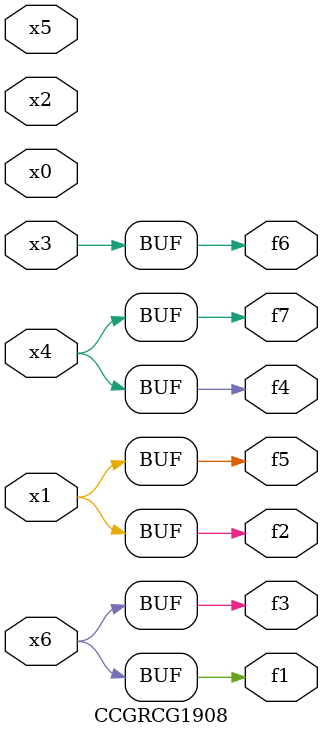
<source format=v>
module CCGRCG1908(
	input x0, x1, x2, x3, x4, x5, x6,
	output f1, f2, f3, f4, f5, f6, f7
);
	assign f1 = x6;
	assign f2 = x1;
	assign f3 = x6;
	assign f4 = x4;
	assign f5 = x1;
	assign f6 = x3;
	assign f7 = x4;
endmodule

</source>
